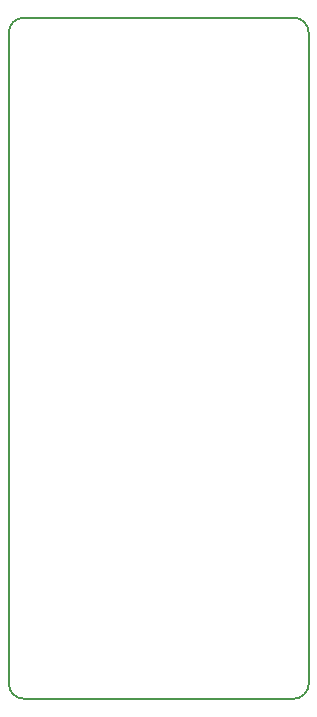
<source format=gm1>
%TF.GenerationSoftware,KiCad,Pcbnew,7.0.5*%
%TF.CreationDate,2023-09-18T23:30:41+09:00*%
%TF.ProjectId,PIC18F47QXX_SD,50494331-3846-4343-9751-58585f53442e,1.1*%
%TF.SameCoordinates,PX60e4b00PY791ddc0*%
%TF.FileFunction,Profile,NP*%
%FSLAX46Y46*%
G04 Gerber Fmt 4.6, Leading zero omitted, Abs format (unit mm)*
G04 Created by KiCad (PCBNEW 7.0.5) date 2023-09-18 23:30:41*
%MOMM*%
%LPD*%
G01*
G04 APERTURE LIST*
%TA.AperFunction,Profile*%
%ADD10C,0.200000*%
%TD*%
G04 APERTURE END LIST*
D10*
X1270000Y57658000D02*
G75*
G03*
X0Y56388000I0J-1270000D01*
G01*
X0Y56388000D02*
X0Y1270000D01*
X25400000Y1270000D02*
X25400000Y56388000D01*
X0Y1270000D02*
G75*
G03*
X1270000Y0I1270000J0D01*
G01*
X24130000Y0D02*
G75*
G03*
X25400000Y1270000I0J1270000D01*
G01*
X25400000Y56388000D02*
G75*
G03*
X24130000Y57658000I-1270000J0D01*
G01*
X24130000Y57658000D02*
X1270000Y57658000D01*
X1270000Y0D02*
X24130000Y0D01*
M02*

</source>
